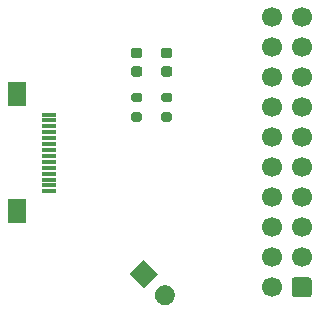
<source format=gbr>
%TF.GenerationSoftware,KiCad,Pcbnew,(5.1.10)-1*%
%TF.CreationDate,2021-06-11T22:20:09-04:00*%
%TF.ProjectId,Adapter,41646170-7465-4722-9e6b-696361645f70,rev?*%
%TF.SameCoordinates,Original*%
%TF.FileFunction,Soldermask,Top*%
%TF.FilePolarity,Negative*%
%FSLAX46Y46*%
G04 Gerber Fmt 4.6, Leading zero omitted, Abs format (unit mm)*
G04 Created by KiCad (PCBNEW (5.1.10)-1) date 2021-06-11 22:20:09*
%MOMM*%
%LPD*%
G01*
G04 APERTURE LIST*
%ADD10R,1.300000X0.300000*%
%ADD11R,1.600000X2.000000*%
%ADD12C,1.700000*%
%ADD13C,0.100000*%
G04 APERTURE END LIST*
D10*
%TO.C,J1*%
X134600000Y-97850000D03*
X134600000Y-98350000D03*
X134600000Y-98850000D03*
X134600000Y-99350000D03*
X134600000Y-99850000D03*
X134600000Y-100350000D03*
X134600000Y-100850000D03*
X134600000Y-101350000D03*
X134600000Y-101850000D03*
X134600000Y-102350000D03*
X134600000Y-102850000D03*
X134600000Y-103350000D03*
X134600000Y-103850000D03*
X134600000Y-104350000D03*
D11*
X131900000Y-96150000D03*
X131900000Y-106050000D03*
%TD*%
D12*
%TO.C,J2*%
X153430000Y-89610000D03*
X153430000Y-92150000D03*
X153430000Y-94690000D03*
X153430000Y-97230000D03*
X153430000Y-99770000D03*
X153430000Y-102310000D03*
X153430000Y-104850000D03*
X153430000Y-107390000D03*
X153430000Y-109930000D03*
X153430000Y-112470000D03*
X155970000Y-89610000D03*
X155970000Y-92150000D03*
X155970000Y-94690000D03*
X155970000Y-97230000D03*
X155970000Y-99770000D03*
X155970000Y-102310000D03*
X155970000Y-104850000D03*
X155970000Y-107390000D03*
X155970000Y-109930000D03*
G36*
G01*
X156820000Y-111870000D02*
X156820000Y-113070000D01*
G75*
G02*
X156570000Y-113320000I-250000J0D01*
G01*
X155370000Y-113320000D01*
G75*
G02*
X155120000Y-113070000I0J250000D01*
G01*
X155120000Y-111870000D01*
G75*
G02*
X155370000Y-111620000I250000J0D01*
G01*
X156570000Y-111620000D01*
G75*
G02*
X156820000Y-111870000I0J-250000D01*
G01*
G37*
%TD*%
%TO.C,R2*%
G36*
G01*
X141725000Y-97655000D02*
X142275000Y-97655000D01*
G75*
G02*
X142475000Y-97855000I0J-200000D01*
G01*
X142475000Y-98255000D01*
G75*
G02*
X142275000Y-98455000I-200000J0D01*
G01*
X141725000Y-98455000D01*
G75*
G02*
X141525000Y-98255000I0J200000D01*
G01*
X141525000Y-97855000D01*
G75*
G02*
X141725000Y-97655000I200000J0D01*
G01*
G37*
G36*
G01*
X141725000Y-96005000D02*
X142275000Y-96005000D01*
G75*
G02*
X142475000Y-96205000I0J-200000D01*
G01*
X142475000Y-96605000D01*
G75*
G02*
X142275000Y-96805000I-200000J0D01*
G01*
X141725000Y-96805000D01*
G75*
G02*
X141525000Y-96605000I0J200000D01*
G01*
X141525000Y-96205000D01*
G75*
G02*
X141725000Y-96005000I200000J0D01*
G01*
G37*
%TD*%
%TO.C,R1*%
G36*
G01*
X144265000Y-97655000D02*
X144815000Y-97655000D01*
G75*
G02*
X145015000Y-97855000I0J-200000D01*
G01*
X145015000Y-98255000D01*
G75*
G02*
X144815000Y-98455000I-200000J0D01*
G01*
X144265000Y-98455000D01*
G75*
G02*
X144065000Y-98255000I0J200000D01*
G01*
X144065000Y-97855000D01*
G75*
G02*
X144265000Y-97655000I200000J0D01*
G01*
G37*
G36*
G01*
X144265000Y-96005000D02*
X144815000Y-96005000D01*
G75*
G02*
X145015000Y-96205000I0J-200000D01*
G01*
X145015000Y-96605000D01*
G75*
G02*
X144815000Y-96805000I-200000J0D01*
G01*
X144265000Y-96805000D01*
G75*
G02*
X144065000Y-96605000I0J200000D01*
G01*
X144065000Y-96205000D01*
G75*
G02*
X144265000Y-96005000I200000J0D01*
G01*
G37*
%TD*%
%TO.C,JP1*%
G36*
G01*
X143795010Y-113747092D02*
X143795010Y-113747092D01*
G75*
G02*
X143795010Y-112545010I601041J601041D01*
G01*
X143795010Y-112545010D01*
G75*
G02*
X144997092Y-112545010I601041J-601041D01*
G01*
X144997092Y-112545010D01*
G75*
G02*
X144997092Y-113747092I-601041J-601041D01*
G01*
X144997092Y-113747092D01*
G75*
G02*
X143795010Y-113747092I-601041J601041D01*
G01*
G37*
D13*
G36*
X142600000Y-112552082D02*
G01*
X141397918Y-111350000D01*
X142600000Y-110147918D01*
X143802082Y-111350000D01*
X142600000Y-112552082D01*
G37*
%TD*%
%TO.C,D2*%
G36*
G01*
X142256250Y-93070000D02*
X141743750Y-93070000D01*
G75*
G02*
X141525000Y-92851250I0J218750D01*
G01*
X141525000Y-92413750D01*
G75*
G02*
X141743750Y-92195000I218750J0D01*
G01*
X142256250Y-92195000D01*
G75*
G02*
X142475000Y-92413750I0J-218750D01*
G01*
X142475000Y-92851250D01*
G75*
G02*
X142256250Y-93070000I-218750J0D01*
G01*
G37*
G36*
G01*
X142256250Y-94645000D02*
X141743750Y-94645000D01*
G75*
G02*
X141525000Y-94426250I0J218750D01*
G01*
X141525000Y-93988750D01*
G75*
G02*
X141743750Y-93770000I218750J0D01*
G01*
X142256250Y-93770000D01*
G75*
G02*
X142475000Y-93988750I0J-218750D01*
G01*
X142475000Y-94426250D01*
G75*
G02*
X142256250Y-94645000I-218750J0D01*
G01*
G37*
%TD*%
%TO.C,D1*%
G36*
G01*
X144796250Y-93070000D02*
X144283750Y-93070000D01*
G75*
G02*
X144065000Y-92851250I0J218750D01*
G01*
X144065000Y-92413750D01*
G75*
G02*
X144283750Y-92195000I218750J0D01*
G01*
X144796250Y-92195000D01*
G75*
G02*
X145015000Y-92413750I0J-218750D01*
G01*
X145015000Y-92851250D01*
G75*
G02*
X144796250Y-93070000I-218750J0D01*
G01*
G37*
G36*
G01*
X144796250Y-94645000D02*
X144283750Y-94645000D01*
G75*
G02*
X144065000Y-94426250I0J218750D01*
G01*
X144065000Y-93988750D01*
G75*
G02*
X144283750Y-93770000I218750J0D01*
G01*
X144796250Y-93770000D01*
G75*
G02*
X145015000Y-93988750I0J-218750D01*
G01*
X145015000Y-94426250D01*
G75*
G02*
X144796250Y-94645000I-218750J0D01*
G01*
G37*
%TD*%
M02*

</source>
